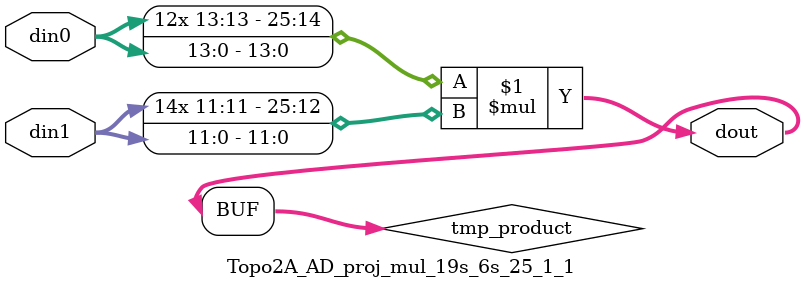
<source format=v>

`timescale 1 ns / 1 ps

 (* use_dsp = "no" *)  module Topo2A_AD_proj_mul_19s_6s_25_1_1(din0, din1, dout);
parameter ID = 1;
parameter NUM_STAGE = 0;
parameter din0_WIDTH = 14;
parameter din1_WIDTH = 12;
parameter dout_WIDTH = 26;

input [din0_WIDTH - 1 : 0] din0; 
input [din1_WIDTH - 1 : 0] din1; 
output [dout_WIDTH - 1 : 0] dout;

wire signed [dout_WIDTH - 1 : 0] tmp_product;



























assign tmp_product = $signed(din0) * $signed(din1);








assign dout = tmp_product;





















endmodule

</source>
